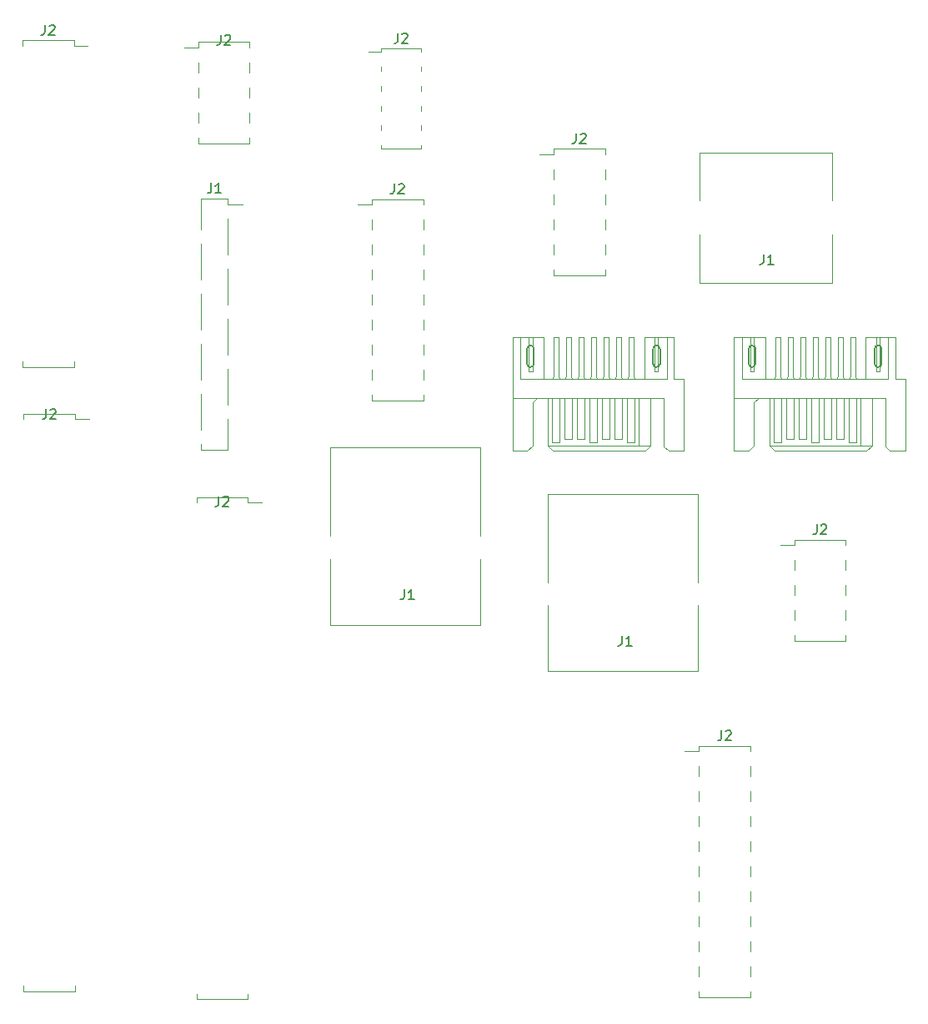
<source format=gto>
%MOIN*%
%OFA0B0*%
%FSLAX46Y46*%
%IPPOS*%
%LPD*%
%ADD10C,0.0039370078740157488*%
%ADD21C,0.0039370078740157488*%
%ADD22C,0.0047244094488188976*%
%ADD23C,0.005905511811023622*%
%ADD24C,0.0039370078740157488*%
%ADD25C,0.0047244094488188976*%
%ADD26C,0.005905511811023622*%
%ADD27C,0.0039370078740157488*%
%ADD28C,0.0047244094488188976*%
%ADD29C,0.005905511811023622*%
%ADD30C,0.0039370078740157488*%
%ADD31C,0.0047244094488188976*%
%ADD32C,0.005905511811023622*%
%ADD33C,0.0039370078740157488*%
%ADD34C,0.0047244094488188976*%
%ADD35C,0.005905511811023622*%
%ADD36C,0.0039370078740157488*%
%ADD37C,0.0047244094488188976*%
%ADD38C,0.005905511811023622*%
%ADD39C,0.0039370078740157488*%
%ADD40C,0.0047244094488188976*%
%ADD41C,0.005905511811023622*%
%ADD42C,0.0039370078740157488*%
%ADD43C,0.0047244094488188976*%
%ADD44C,0.005905511811023622*%
%ADD45C,0.0039370078740157488*%
%ADD46C,0.0047244094488188976*%
%ADD47C,0.005905511811023622*%
%ADD48C,0.0039370078740157488*%
%ADD49C,0.0047244094488188976*%
%ADD50C,0.005905511811023622*%
%ADD51C,0.0039370078740157488*%
%ADD52C,0.0047244094488188976*%
%ADD53C,0.005905511811023622*%
%ADD54C,0.0039370078740157488*%
%ADD55C,0.0047244094488188976*%
%ADD56C,0.005905511811023622*%
%ADD57C,0.0039370078740157488*%
%ADD58C,0.0047244094488188976*%
%ADD59C,0.005905511811023622*%
%ADD60C,0.0039370078740157488*%
%ADD61C,0.005905511811023622*%
%ADD62C,0.0047244094488188976*%
%ADD63C,0.0039370078740157488*%
%ADD64C,0.005905511811023622*%
%ADD65C,0.0047244094488188976*%
G01G01*
D10*
G04 next file*
G04 #@! TF.FileFunction,Legend,Top*
G04 Gerber Fmt 4.6, Leading zero omitted, Abs format (unit mm)*
G04 Created by KiCad (PCBNEW 4.0.7-e2-6376~58~ubuntu16.04.1) date Sat Jan 13 09:32:06 2018*
G01G01*
G04 APERTURE LIST*
G04 APERTURE END LIST*
D21*
D22*
X0003303188Y0001875433D02*
X0003507913Y0001875433D01*
X0003303188Y0001470708D02*
X0003507913Y0001470708D01*
X0003246496Y0001852992D02*
X0003303188Y0001852992D01*
X0003303188Y0001875433D02*
X0003303188Y0001852992D01*
X0003507913Y0001875433D02*
X0003507913Y0001852992D01*
X0003303188Y0001493149D02*
X0003303188Y0001470708D01*
X0003507913Y0001493149D02*
X0003507913Y0001470708D01*
X0003303188Y0001793149D02*
X0003303188Y0001752992D01*
X0003507913Y0001793149D02*
X0003507913Y0001752992D01*
X0003303188Y0001693149D02*
X0003303188Y0001652992D01*
X0003507913Y0001693149D02*
X0003507913Y0001652992D01*
X0003303188Y0001593149D02*
X0003303188Y0001552992D01*
X0003507913Y0001593149D02*
X0003507913Y0001552992D01*
D23*
X0003392427Y0001936362D02*
X0003392427Y0001908241D01*
X0003390553Y0001902617D01*
X0003386803Y0001898867D01*
X0003381179Y0001896992D01*
X0003377429Y0001896992D01*
X0003409300Y0001932613D02*
X0003411175Y0001934488D01*
X0003414924Y0001936362D01*
X0003424298Y0001936362D01*
X0003428048Y0001934488D01*
X0003429923Y0001932613D01*
X0003431797Y0001928863D01*
X0003431797Y0001925114D01*
X0003429923Y0001919490D01*
X0003407425Y0001896992D01*
X0003431797Y0001896992D01*
G04 next file*
G04 #@! TF.FileFunction,Legend,Top*
G04 Gerber Fmt 4.6, Leading zero omitted, Abs format (unit mm)*
G04 Created by KiCad (PCBNEW 4.0.7-e2-6376~58~ubuntu16.04.1) date Sat Jan 13 09:35:41 2018*
G01G01*
G04 APERTURE LIST*
G04 APERTURE END LIST*
D24*
D25*
X0000931929Y0003238425D02*
X0001036653Y0003238425D01*
X0000931929Y0002233700D02*
X0001036653Y0002233700D01*
X0001036653Y0003156141D02*
X0001036653Y0003015984D01*
X0001036653Y0002956141D02*
X0001036653Y0002815984D01*
X0001036653Y0002756141D02*
X0001036653Y0002615984D01*
X0001036653Y0002556141D02*
X0001036653Y0002415984D01*
X0001036653Y0002356141D02*
X0001036653Y0002233700D01*
X0000931929Y0003238425D02*
X0000931929Y0003115984D01*
X0001036653Y0003215984D02*
X0001096496Y0003215984D01*
X0001036653Y0003238425D02*
X0001036653Y0003215984D01*
X0000931929Y0002256141D02*
X0000931929Y0002233700D01*
X0000931929Y0003056141D02*
X0000931929Y0002915984D01*
X0000931929Y0002856141D02*
X0000931929Y0002715984D01*
X0000931929Y0002656141D02*
X0000931929Y0002515984D01*
X0000931929Y0002456141D02*
X0000931929Y0002315984D01*
D26*
X0000971167Y0003299355D02*
X0000971167Y0003271233D01*
X0000969293Y0003265609D01*
X0000965543Y0003261859D01*
X0000959919Y0003259985D01*
X0000956169Y0003259985D01*
X0001010538Y0003259985D02*
X0000988040Y0003259985D01*
X0000999289Y0003259985D02*
X0000999289Y0003299355D01*
X0000995539Y0003293730D01*
X0000991790Y0003289981D01*
X0000988040Y0003288106D01*
G04 next file*
G04 #@! TF.FileFunction,Legend,Top*
G04 Gerber Fmt 4.6, Leading zero omitted, Abs format (unit mm)*
G04 Created by KiCad (PCBNEW 4.0.7-e2-6376~58~ubuntu16.04.1) date Sat Jan 13 09:37:07 2018*
G01G01*
G04 APERTURE LIST*
G04 APERTURE END LIST*
D27*
D28*
X0000920748Y0003863622D02*
X0001125472Y0003863622D01*
X0000920748Y0003458897D02*
X0001125472Y0003458897D01*
X0000864055Y0003841181D02*
X0000920748Y0003841181D01*
X0000920748Y0003863622D02*
X0000920748Y0003841181D01*
X0001125472Y0003863622D02*
X0001125472Y0003841181D01*
X0000920748Y0003481338D02*
X0000920748Y0003458897D01*
X0001125472Y0003481338D02*
X0001125472Y0003458897D01*
X0000920748Y0003781338D02*
X0000920748Y0003741181D01*
X0001125472Y0003781338D02*
X0001125472Y0003741181D01*
X0000920748Y0003681338D02*
X0000920748Y0003641181D01*
X0001125472Y0003681338D02*
X0001125472Y0003641181D01*
X0000920748Y0003581338D02*
X0000920748Y0003541181D01*
X0001125472Y0003581338D02*
X0001125472Y0003541181D01*
D29*
X0001009396Y0003891819D02*
X0001009396Y0003863698D01*
X0001007521Y0003858073D01*
X0001003772Y0003854324D01*
X0000998147Y0003852449D01*
X0000994398Y0003852449D01*
X0001026269Y0003888070D02*
X0001028143Y0003889944D01*
X0001031893Y0003891819D01*
X0001041267Y0003891819D01*
X0001045016Y0003889944D01*
X0001046891Y0003888070D01*
X0001048766Y0003884320D01*
X0001048766Y0003880571D01*
X0001046891Y0003874946D01*
X0001024394Y0003852449D01*
X0001048766Y0003852449D01*
G04 next file*
G04 #@! TF.FileFunction,Legend,Top*
G04 Gerber Fmt 4.6, Leading zero omitted, Abs format (unit mm)*
G04 Created by KiCad (PCBNEW 4.0.7-e2-6376~58~ubuntu16.04.1) date Sat Jan 13 09:41:55 2018*
G01G01*
G04 APERTURE LIST*
G04 APERTURE END LIST*
D30*
D31*
X0001649448Y0003837283D02*
X0001811653Y0003837283D01*
X0001649448Y0003438858D02*
X0001811653Y0003438858D01*
X0001600039Y0003825472D02*
X0001649448Y0003825472D01*
X0001649448Y0003837283D02*
X0001649448Y0003825472D01*
X0001811653Y0003837283D02*
X0001811653Y0003825472D01*
X0001649448Y0003450669D02*
X0001649448Y0003438858D01*
X0001811653Y0003450669D02*
X0001811653Y0003438858D01*
X0001649448Y0003765629D02*
X0001649448Y0003746732D01*
X0001811653Y0003765629D02*
X0001811653Y0003746732D01*
X0001649448Y0003686889D02*
X0001649448Y0003667992D01*
X0001811653Y0003686889D02*
X0001811653Y0003667992D01*
X0001649448Y0003608149D02*
X0001649448Y0003589251D01*
X0001811653Y0003608149D02*
X0001811653Y0003589251D01*
X0001649448Y0003529409D02*
X0001649448Y0003510511D01*
X0001811653Y0003529409D02*
X0001811653Y0003510511D01*
D32*
X0001717427Y0003898213D02*
X0001717427Y0003870091D01*
X0001715553Y0003864467D01*
X0001711803Y0003860718D01*
X0001706179Y0003858843D01*
X0001702429Y0003858843D01*
X0001734300Y0003894463D02*
X0001736175Y0003896338D01*
X0001739925Y0003898213D01*
X0001749298Y0003898213D01*
X0001753048Y0003896338D01*
X0001754923Y0003894463D01*
X0001756797Y0003890714D01*
X0001756797Y0003886964D01*
X0001754923Y0003881340D01*
X0001732425Y0003858843D01*
X0001756797Y0003858843D01*
G04 next file*
G04 #@! TF.FileFunction,Legend,Top*
G04 Gerber Fmt 4.6, Leading zero omitted, Abs format (unit mm)*
G04 Created by KiCad (PCBNEW 4.0.7-e2-6376~58~ubuntu16.04.1) date Sat Jan 13 09:41:31 2018*
G01G01*
G04 APERTURE LIST*
G04 APERTURE END LIST*
D33*
D34*
X0002341062Y0003436771D02*
X0002545787Y0003436771D01*
X0002341062Y0002932047D02*
X0002545787Y0002932047D01*
X0002284370Y0003414330D02*
X0002341062Y0003414330D01*
X0002341062Y0003436771D02*
X0002341062Y0003414330D01*
X0002545787Y0003436771D02*
X0002545787Y0003414330D01*
X0002341062Y0002954488D02*
X0002341062Y0002932047D01*
X0002545787Y0002954488D02*
X0002545787Y0002932047D01*
X0002341062Y0003354488D02*
X0002341062Y0003314330D01*
X0002545787Y0003354488D02*
X0002545787Y0003314330D01*
X0002341062Y0003254488D02*
X0002341062Y0003214330D01*
X0002545787Y0003254488D02*
X0002545787Y0003214330D01*
X0002341062Y0003154488D02*
X0002341062Y0003114330D01*
X0002545787Y0003154488D02*
X0002545787Y0003114330D01*
X0002341062Y0003054488D02*
X0002341062Y0003014330D01*
X0002545787Y0003054488D02*
X0002545787Y0003014330D01*
D35*
X0002430301Y0003497701D02*
X0002430301Y0003469580D01*
X0002428427Y0003463955D01*
X0002424677Y0003460206D01*
X0002419053Y0003458331D01*
X0002415303Y0003458331D01*
X0002447174Y0003493952D02*
X0002449049Y0003495826D01*
X0002452799Y0003497701D01*
X0002462172Y0003497701D01*
X0002465922Y0003495826D01*
X0002467797Y0003493952D01*
X0002469671Y0003490202D01*
X0002469671Y0003486452D01*
X0002467797Y0003480828D01*
X0002445299Y0003458331D01*
X0002469671Y0003458331D01*
G04 next file*
G04 #@! TF.FileFunction,Legend,Top*
G04 Gerber Fmt 4.6, Leading zero omitted, Abs format (unit mm)*
G04 Created by KiCad (PCBNEW 4.0.7-e2-6376~58~ubuntu16.04.1) date Sat Jan 13 09:42:42 2018*
G01G01*
G04 APERTURE LIST*
G04 APERTURE END LIST*
D36*
D37*
X0001614370Y0003235866D02*
X0001819094Y0003235866D01*
X0001614370Y0002431141D02*
X0001819094Y0002431141D01*
X0001557677Y0003213425D02*
X0001614370Y0003213425D01*
X0001614370Y0003235866D02*
X0001614370Y0003213425D01*
X0001819094Y0003235866D02*
X0001819094Y0003213425D01*
X0001614370Y0002453582D02*
X0001614370Y0002431141D01*
X0001819094Y0002453582D02*
X0001819094Y0002431141D01*
X0001614370Y0003153582D02*
X0001614370Y0003113425D01*
X0001819094Y0003153582D02*
X0001819094Y0003113425D01*
X0001614370Y0003053582D02*
X0001614370Y0003013425D01*
X0001819094Y0003053582D02*
X0001819094Y0003013425D01*
X0001614370Y0002953582D02*
X0001614370Y0002913425D01*
X0001819094Y0002953582D02*
X0001819094Y0002913425D01*
X0001614370Y0002853582D02*
X0001614370Y0002813425D01*
X0001819094Y0002853582D02*
X0001819094Y0002813425D01*
X0001614370Y0002753582D02*
X0001614370Y0002713425D01*
X0001819094Y0002753582D02*
X0001819094Y0002713425D01*
X0001614370Y0002653582D02*
X0001614370Y0002613425D01*
X0001819094Y0002653582D02*
X0001819094Y0002613425D01*
X0001614370Y0002553582D02*
X0001614370Y0002513425D01*
X0001819094Y0002553582D02*
X0001819094Y0002513425D01*
D38*
X0001703608Y0003296796D02*
X0001703608Y0003268674D01*
X0001701734Y0003263050D01*
X0001697984Y0003259300D01*
X0001692360Y0003257425D01*
X0001688610Y0003257425D01*
X0001720481Y0003293046D02*
X0001722356Y0003294921D01*
X0001726106Y0003296796D01*
X0001735479Y0003296796D01*
X0001739229Y0003294921D01*
X0001741104Y0003293046D01*
X0001742979Y0003289296D01*
X0001742979Y0003285547D01*
X0001741104Y0003279923D01*
X0001718607Y0003257425D01*
X0001742979Y0003257425D01*
G04 next file*
G04 #@! TF.FileFunction,Legend,Top*
G04 Gerber Fmt 4.6, Leading zero omitted, Abs format (unit mm)*
G04 Created by KiCad (PCBNEW 4.0.7-e2-6376~58~ubuntu16.04.1) date Sat Jan 13 09:44:16 2018*
G01G01*
G04 APERTURE LIST*
G04 APERTURE END LIST*
D39*
D40*
X0002922086Y0001052401D02*
X0003126810Y0001052401D01*
X0002922086Y0000047677D02*
X0003126810Y0000047677D01*
X0002865393Y0001029960D02*
X0002922086Y0001029960D01*
X0002922086Y0001052401D02*
X0002922086Y0001029960D01*
X0003126810Y0001052401D02*
X0003126810Y0001029960D01*
X0002922086Y0000070118D02*
X0002922086Y0000047677D01*
X0003126810Y0000070118D02*
X0003126810Y0000047677D01*
X0002922086Y0000970118D02*
X0002922086Y0000929960D01*
X0003126810Y0000970118D02*
X0003126810Y0000929960D01*
X0002922086Y0000870118D02*
X0002922086Y0000829960D01*
X0003126810Y0000870118D02*
X0003126810Y0000829960D01*
X0002922086Y0000770118D02*
X0002922086Y0000729960D01*
X0003126810Y0000770118D02*
X0003126810Y0000729960D01*
X0002922086Y0000670118D02*
X0002922086Y0000629960D01*
X0003126810Y0000670118D02*
X0003126810Y0000629960D01*
X0002922086Y0000570118D02*
X0002922086Y0000529960D01*
X0003126810Y0000570118D02*
X0003126810Y0000529960D01*
X0002922086Y0000470118D02*
X0002922086Y0000429960D01*
X0003126810Y0000470118D02*
X0003126810Y0000429960D01*
X0002922086Y0000370118D02*
X0002922086Y0000329960D01*
X0003126810Y0000370118D02*
X0003126810Y0000329960D01*
X0002922086Y0000270118D02*
X0002922086Y0000229960D01*
X0003126810Y0000270118D02*
X0003126810Y0000229960D01*
X0002922086Y0000170118D02*
X0002922086Y0000129960D01*
X0003126810Y0000170118D02*
X0003126810Y0000129960D01*
D41*
X0003011325Y0001113331D02*
X0003011325Y0001085209D01*
X0003009450Y0001079585D01*
X0003005701Y0001075836D01*
X0003000076Y0001073961D01*
X0002996327Y0001073961D01*
X0003028198Y0001109581D02*
X0003030073Y0001111456D01*
X0003033822Y0001113331D01*
X0003043196Y0001113331D01*
X0003046946Y0001111456D01*
X0003048820Y0001109581D01*
X0003050695Y0001105832D01*
X0003050695Y0001102082D01*
X0003048820Y0001096458D01*
X0003026323Y0001073961D01*
X0003050695Y0001073961D01*
G04 next file*
G04 #@! TF.FileFunction,Legend,Top*
G04 Gerber Fmt 4.6, Leading zero omitted, Abs format (unit mm)*
G04 Created by KiCad (PCBNEW 4.0.7-e2-6376~58~ubuntu16.04.1) date Sat Jan 13 09:58:48 2018*
G01G01*
G04 APERTURE LIST*
G04 APERTURE END LIST*
D42*
D43*
X0000217913Y0003849015D02*
X0000217913Y0003869881D01*
X0000217913Y0003869881D02*
X0000422637Y0003869881D01*
X0000422637Y0003869881D02*
X0000422637Y0003849015D01*
X0000217913Y0002586023D02*
X0000217913Y0002565157D01*
X0000217913Y0002565157D02*
X0000422637Y0002565157D01*
X0000422637Y0002565157D02*
X0000422637Y0002586023D01*
X0000478543Y0003849015D02*
X0000422637Y0003849015D01*
D44*
X0000307152Y0003930811D02*
X0000307152Y0003902690D01*
X0000305277Y0003897065D01*
X0000301527Y0003893316D01*
X0000295903Y0003891441D01*
X0000292154Y0003891441D01*
X0000324025Y0003927062D02*
X0000325899Y0003928937D01*
X0000329649Y0003930811D01*
X0000339023Y0003930811D01*
X0000342772Y0003928937D01*
X0000344647Y0003927062D01*
X0000346522Y0003923312D01*
X0000346522Y0003919563D01*
X0000344647Y0003913938D01*
X0000322150Y0003891441D01*
X0000346522Y0003891441D01*
G04 next file*
G04 #@! TF.FileFunction,Legend,Top*
G04 Gerber Fmt 4.6, Leading zero omitted, Abs format (unit mm)*
G04 Created by KiCad (PCBNEW 4.0.7-e2-6376~58~ubuntu16.04.1) date Sat Jan 13 09:46:35 2018*
G01G01*
G04 APERTURE LIST*
G04 APERTURE END LIST*
D45*
D46*
X0000912204Y0002024645D02*
X0000912204Y0002045511D01*
X0000912204Y0002045511D02*
X0001116929Y0002045511D01*
X0001116929Y0002045511D02*
X0001116929Y0002024645D01*
X0000912204Y0000061653D02*
X0000912204Y0000040787D01*
X0000912204Y0000040787D02*
X0001116929Y0000040787D01*
X0001116929Y0000040787D02*
X0001116929Y0000061653D01*
X0001172834Y0002024645D02*
X0001116929Y0002024645D01*
D47*
X0001001443Y0002048709D02*
X0001001443Y0002020587D01*
X0000999568Y0002014963D01*
X0000995819Y0002011214D01*
X0000990194Y0002009339D01*
X0000986445Y0002009339D01*
X0001018316Y0002044959D02*
X0001020191Y0002046834D01*
X0001023940Y0002048709D01*
X0001033314Y0002048709D01*
X0001037064Y0002046834D01*
X0001038938Y0002044959D01*
X0001040813Y0002041210D01*
X0001040813Y0002037460D01*
X0001038938Y0002031836D01*
X0001016441Y0002009339D01*
X0001040813Y0002009339D01*
G04 next file*
G04 #@! TF.FileFunction,Legend,Top*
G04 Gerber Fmt 4.6, Leading zero omitted, Abs format (unit mm)*
G04 Created by KiCad (PCBNEW 4.0.7-e2-6376~58~ubuntu16.04.1) date Sat Jan 13 09:47:37 2018*
G01G01*
G04 APERTURE LIST*
G04 APERTURE END LIST*
D48*
D49*
X0000221850Y0002356496D02*
X0000221850Y0002377362D01*
X0000221850Y0002377362D02*
X0000426574Y0002377362D01*
X0000426574Y0002377362D02*
X0000426574Y0002356496D01*
X0000221850Y0000093504D02*
X0000221850Y0000072637D01*
X0000221850Y0000072637D02*
X0000426574Y0000072637D01*
X0000426574Y0000072637D02*
X0000426574Y0000093504D01*
X0000482480Y0002356496D02*
X0000426574Y0002356496D01*
D50*
X0000311089Y0002396559D02*
X0000311089Y0002368438D01*
X0000309214Y0002362814D01*
X0000305464Y0002359064D01*
X0000299840Y0002357189D01*
X0000296090Y0002357189D01*
X0000327961Y0002392810D02*
X0000329836Y0002394685D01*
X0000333586Y0002396559D01*
X0000342960Y0002396559D01*
X0000346709Y0002394685D01*
X0000348584Y0002392810D01*
X0000350459Y0002389060D01*
X0000350459Y0002385311D01*
X0000348584Y0002379687D01*
X0000326087Y0002357189D01*
X0000350459Y0002357189D01*
G04 next file*
G04 #@! TF.FileFunction,Legend,Top*
G04 Gerber Fmt 4.6, Leading zero omitted, Abs format (unit mm)*
G04 Created by KiCad (PCBNEW 4.0.7-e2-6376~58~ubuntu16.04.1) date Sat Jan 13 09:51:46 2018*
G01G01*
G04 APERTURE LIST*
G04 APERTURE END LIST*
D51*
D52*
X0002922834Y0003422440D02*
X0002922834Y0003230314D01*
X0003453149Y0003422440D02*
X0003453149Y0003230314D01*
X0002922834Y0002902362D02*
X0003453149Y0002902362D01*
X0003422834Y0003422440D02*
X0003453149Y0003422440D01*
X0002922834Y0003422440D02*
X0003422834Y0003422440D01*
X0002922834Y0003094488D02*
X0002922834Y0002902362D01*
X0003453149Y0003094488D02*
X0003453149Y0002902362D01*
D53*
X0003179790Y0003014079D02*
X0003179790Y0002985957D01*
X0003177915Y0002980333D01*
X0003174165Y0002976584D01*
X0003168541Y0002974709D01*
X0003164791Y0002974709D01*
X0003219160Y0002974709D02*
X0003196662Y0002974709D01*
X0003207911Y0002974709D02*
X0003207911Y0003014079D01*
X0003204161Y0003008455D01*
X0003200412Y0003004705D01*
X0003196662Y0003002830D01*
G04 next file*
G04 #@! TF.FileFunction,Legend,Top*
G04 Gerber Fmt 4.6, Leading zero omitted, Abs format (unit mm)*
G04 Created by KiCad (PCBNEW 4.0.7-e2-6376~58~ubuntu16.04.1) date Sat Jan 13 09:50:08 2018*
G01G01*
G04 APERTURE LIST*
G04 APERTURE END LIST*
D54*
D55*
X0002316181Y0001349448D02*
X0002916181Y0001349448D01*
X0002916181Y0002059291D02*
X0002915787Y0001705354D01*
X0002916181Y0002059291D02*
X0002316181Y0002059291D01*
X0002316181Y0002059291D02*
X0002316181Y0001704960D01*
X0002915787Y0001613228D02*
X0002916181Y0001349448D01*
X0002316181Y0001613622D02*
X0002316181Y0001349448D01*
D56*
X0002612900Y0001490693D02*
X0002612900Y0001462572D01*
X0002611025Y0001456947D01*
X0002607275Y0001453198D01*
X0002601651Y0001451323D01*
X0002597902Y0001451323D01*
X0002652270Y0001451323D02*
X0002629773Y0001451323D01*
X0002641021Y0001451323D02*
X0002641021Y0001490693D01*
X0002637272Y0001485069D01*
X0002633522Y0001481319D01*
X0002629773Y0001479445D01*
G04 next file*
G04 #@! TF.FileFunction,Legend,Top*
G04 Gerber Fmt 4.6, Leading zero omitted, Abs format (unit mm)*
G04 Created by KiCad (PCBNEW 4.0.7-e2-6376~58~ubuntu16.04.1) date Sat Jan 13 09:53:06 2018*
G01G01*
G04 APERTURE LIST*
G04 APERTURE END LIST*
D57*
D58*
X0001447047Y0001535039D02*
X0002047047Y0001535039D01*
X0002047047Y0002244881D02*
X0002046653Y0001890944D01*
X0002047047Y0002244881D02*
X0001447047Y0002244881D01*
X0001447047Y0002244881D02*
X0001447047Y0001890551D01*
X0002046653Y0001798818D02*
X0002047047Y0001535039D01*
X0001447047Y0001799212D02*
X0001447047Y0001535039D01*
D59*
X0001743766Y0001676284D02*
X0001743766Y0001648162D01*
X0001741891Y0001642538D01*
X0001738142Y0001638788D01*
X0001732517Y0001636914D01*
X0001728768Y0001636914D01*
X0001783136Y0001636914D02*
X0001760639Y0001636914D01*
X0001771887Y0001636914D02*
X0001771887Y0001676284D01*
X0001768138Y0001670659D01*
X0001764388Y0001666910D01*
X0001760639Y0001665035D01*
G04 next file*
G04 #@! TF.FileFunction,Legend,Top*
G04 Gerber Fmt 4.6, Leading zero omitted, Abs format (unit mm)*
G04 Created by KiCad (PCBNEW 4.0.7-e2-6376~58~ubuntu16.04.1) date Sat Jan 13 09:54:45 2018*
G01G01*
G04 APERTURE LIST*
G04 APERTURE END LIST*
D60*
D61*
X0002261939Y0002637637D02*
X0002261939Y0002578537D01*
X0002234339Y0002578537D02*
X0002234339Y0002637637D01*
X0002765739Y0002637637D02*
X0002765739Y0002578537D01*
X0002738139Y0002578537D02*
X0002738139Y0002637637D01*
D62*
X0002176139Y0002230137D02*
X0002176139Y0002441236D01*
X0002176139Y0002441236D02*
X0002176139Y0002683637D01*
X0002176139Y0002683637D02*
X0002207339Y0002683637D01*
X0002207339Y0002683637D02*
X0002300739Y0002683637D01*
X0002300739Y0002683637D02*
X0002300739Y0002517436D01*
X0002207339Y0002683637D02*
X0002207339Y0002517436D01*
X0002207339Y0002517436D02*
X0002702239Y0002517436D01*
X0002702239Y0002517436D02*
X0002792339Y0002517436D01*
X0002792339Y0002517436D02*
X0002792339Y0002683637D01*
X0002702239Y0002517436D02*
X0002702239Y0002683637D01*
X0002702239Y0002683637D02*
X0002757639Y0002683637D01*
X0002757639Y0002683637D02*
X0002820039Y0002683637D01*
X0002820039Y0002683637D02*
X0002820039Y0002517436D01*
X0002820039Y0002517436D02*
X0002861539Y0002517436D01*
X0002861539Y0002517436D02*
X0002861539Y0002230137D01*
X0002861539Y0002230137D02*
X0002799239Y0002230137D01*
X0002799239Y0002230137D02*
X0002781939Y0002247336D01*
X0002781939Y0002247336D02*
X0002781939Y0002441236D01*
X0002781939Y0002441236D02*
X0002726539Y0002441236D01*
X0002726539Y0002441236D02*
X0002726539Y0002250837D01*
X0002726539Y0002250837D02*
X0002726539Y0002250837D01*
X0002726539Y0002250837D02*
X0002705739Y0002230137D01*
X0002705739Y0002230137D02*
X0002339639Y0002230237D01*
X0002235039Y0002230137D02*
X0002176139Y0002230137D01*
X0002255739Y0002250837D02*
X0002235039Y0002230137D01*
X0002255739Y0002250837D02*
X0002255739Y0002423937D01*
X0002255739Y0002423937D02*
X0002273039Y0002441236D01*
X0002176139Y0002441236D02*
X0002726539Y0002441236D01*
X0002723039Y0002250837D02*
X0002681539Y0002250837D01*
X0002681539Y0002250837D02*
X0002318039Y0002250837D01*
X0002338739Y0002230637D02*
X0002318039Y0002250837D01*
X0002318039Y0002250837D02*
X0002318039Y0002437737D01*
X0002485039Y0002438937D02*
X0002485039Y0002263937D01*
X0002485039Y0002263937D02*
X0002515039Y0002263937D01*
X0002515039Y0002263937D02*
X0002515039Y0002438937D01*
X0002435039Y0002438937D02*
X0002435039Y0002278937D01*
X0002435039Y0002278937D02*
X0002465039Y0002278937D01*
X0002465039Y0002278937D02*
X0002465039Y0002438937D01*
X0002535039Y0002438937D02*
X0002535039Y0002278937D01*
X0002535039Y0002278937D02*
X0002565039Y0002278937D01*
X0002565039Y0002278937D02*
X0002565039Y0002438937D01*
X0002585039Y0002438937D02*
X0002585039Y0002278937D01*
X0002585039Y0002278937D02*
X0002615039Y0002278937D01*
X0002615039Y0002278937D02*
X0002615039Y0002438937D01*
X0002635039Y0002438937D02*
X0002635039Y0002263937D01*
X0002635039Y0002263937D02*
X0002665039Y0002263937D01*
X0002665039Y0002263937D02*
X0002665039Y0002438937D01*
X0002681539Y0002250837D02*
X0002681539Y0002437737D01*
X0002365039Y0002438937D02*
X0002365039Y0002263937D01*
X0002365039Y0002263937D02*
X0002335039Y0002263937D01*
X0002335039Y0002263937D02*
X0002335039Y0002438937D01*
X0002385039Y0002438937D02*
X0002385039Y0002278937D01*
X0002385039Y0002278937D02*
X0002415039Y0002278937D01*
X0002415039Y0002278937D02*
X0002415039Y0002438937D01*
X0002335039Y0002518936D02*
X0002340039Y0002528837D01*
X0002340039Y0002528837D02*
X0002340039Y0002683937D01*
X0002340039Y0002683937D02*
X0002360039Y0002683937D01*
X0002360039Y0002683937D02*
X0002360039Y0002528837D01*
X0002360039Y0002528837D02*
X0002365039Y0002518936D01*
X0002385039Y0002518936D02*
X0002390039Y0002528837D01*
X0002390039Y0002528837D02*
X0002390039Y0002683937D01*
X0002390039Y0002683937D02*
X0002410039Y0002683937D01*
X0002410039Y0002683937D02*
X0002410039Y0002528837D01*
X0002410039Y0002528837D02*
X0002415039Y0002518936D01*
X0002435039Y0002518936D02*
X0002440039Y0002528837D01*
X0002440039Y0002528837D02*
X0002440039Y0002683937D01*
X0002440039Y0002683937D02*
X0002460039Y0002683937D01*
X0002460039Y0002683937D02*
X0002460039Y0002528837D01*
X0002460039Y0002528837D02*
X0002465039Y0002518936D01*
X0002485039Y0002518936D02*
X0002490039Y0002528837D01*
X0002490039Y0002528837D02*
X0002490039Y0002683937D01*
X0002490039Y0002683937D02*
X0002510039Y0002683937D01*
X0002510039Y0002683937D02*
X0002510039Y0002528837D01*
X0002510039Y0002528837D02*
X0002515039Y0002518936D01*
X0002535039Y0002518936D02*
X0002540039Y0002528837D01*
X0002540039Y0002528837D02*
X0002540039Y0002683937D01*
X0002540039Y0002683937D02*
X0002560039Y0002683937D01*
X0002560039Y0002683937D02*
X0002560039Y0002528837D01*
X0002560039Y0002528837D02*
X0002565039Y0002518936D01*
X0002585039Y0002518936D02*
X0002590039Y0002528837D01*
X0002590039Y0002528837D02*
X0002590039Y0002683937D01*
X0002590039Y0002683937D02*
X0002610039Y0002683937D01*
X0002610039Y0002683937D02*
X0002610039Y0002528837D01*
X0002610039Y0002528837D02*
X0002615039Y0002518936D01*
X0002635039Y0002518936D02*
X0002640039Y0002528837D01*
X0002640039Y0002528837D02*
X0002640039Y0002683937D01*
X0002640039Y0002683937D02*
X0002660039Y0002683937D01*
X0002660039Y0002683937D02*
X0002660039Y0002528837D01*
X0002660039Y0002528837D02*
X0002665039Y0002518936D01*
X0002241939Y0002680137D02*
X0002241939Y0002548536D01*
X0002241939Y0002548536D02*
X0002255739Y0002548536D01*
X0002255739Y0002548536D02*
X0002255739Y0002680137D01*
X0002743839Y0002680137D02*
X0002743839Y0002548536D01*
X0002743839Y0002548536D02*
X0002757639Y0002548536D01*
X0002757639Y0002548536D02*
X0002757639Y0002683637D01*
D61*
X0002248139Y0002651437D02*
G75*
G03G03X0002234339Y0002637637J-0000013800D01X0002234339Y0002637637J-0000013800D01*
G01G01*
X0002261839Y0002637637D02*
G75*
G03G03X0002248139Y0002651337I-0000013700D01X0002248139Y0002651337I-0000013700D01*
G01G01*
X0002248139Y0002564736D02*
G75*
G03G03X0002261939Y0002578537J0000013800D01X0002261939Y0002578537J0000013800D01*
G01G01*
X0002234339Y0002578537D02*
G75*
G03G03X0002248139Y0002564736I0000013800D01X0002248139Y0002564736I0000013800D01*
G01G01*
X0002751939Y0002651437D02*
G75*
G03G03X0002738139Y0002637637J-0000013800D01X0002738139Y0002637637J-0000013800D01*
G01G01*
X0002765639Y0002637637D02*
G75*
G03G03X0002751939Y0002651337I-0000013700D01X0002751939Y0002651337I-0000013700D01*
G01G01*
X0002751939Y0002564736D02*
G75*
G03G03X0002765739Y0002578537J0000013800D01X0002765739Y0002578537J0000013800D01*
G01G01*
X0002738139Y0002578537D02*
G75*
G03G03X0002751939Y0002564736I0000013800D01X0002751939Y0002564736I0000013800D01*
G01G01*
G04 next file*
G04 #@! TF.FileFunction,Legend,Top*
G04 Gerber Fmt 4.6, Leading zero omitted, Abs format (unit mm)*
G04 Created by KiCad (PCBNEW 4.0.7-e2-6376~58~ubuntu16.04.1) date Sat Jan 13 09:54:03 2018*
G01G01*
G04 APERTURE LIST*
G04 APERTURE END LIST*
D63*
D64*
X0003147766Y0002637637D02*
X0003147766Y0002578537D01*
X0003120166Y0002578537D02*
X0003120166Y0002637637D01*
X0003651566Y0002637637D02*
X0003651566Y0002578537D01*
X0003623966Y0002578537D02*
X0003623966Y0002637637D01*
D65*
X0003061966Y0002230137D02*
X0003061966Y0002441236D01*
X0003061966Y0002441236D02*
X0003061966Y0002683637D01*
X0003061966Y0002683637D02*
X0003093166Y0002683637D01*
X0003093166Y0002683637D02*
X0003186566Y0002683637D01*
X0003186566Y0002683637D02*
X0003186566Y0002517436D01*
X0003093166Y0002683637D02*
X0003093166Y0002517436D01*
X0003093166Y0002517436D02*
X0003588066Y0002517436D01*
X0003588066Y0002517436D02*
X0003678166Y0002517436D01*
X0003678166Y0002517436D02*
X0003678166Y0002683637D01*
X0003588066Y0002517436D02*
X0003588066Y0002683637D01*
X0003588066Y0002683637D02*
X0003643466Y0002683637D01*
X0003643466Y0002683637D02*
X0003705866Y0002683637D01*
X0003705866Y0002683637D02*
X0003705866Y0002517436D01*
X0003705866Y0002517436D02*
X0003747366Y0002517436D01*
X0003747366Y0002517436D02*
X0003747366Y0002230137D01*
X0003747366Y0002230137D02*
X0003685066Y0002230137D01*
X0003685066Y0002230137D02*
X0003667766Y0002247336D01*
X0003667766Y0002247336D02*
X0003667766Y0002441236D01*
X0003667766Y0002441236D02*
X0003612366Y0002441236D01*
X0003612366Y0002441236D02*
X0003612366Y0002250837D01*
X0003612366Y0002250837D02*
X0003612366Y0002250837D01*
X0003612366Y0002250837D02*
X0003591566Y0002230137D01*
X0003591566Y0002230137D02*
X0003225466Y0002230237D01*
X0003120866Y0002230137D02*
X0003061966Y0002230137D01*
X0003141566Y0002250837D02*
X0003120866Y0002230137D01*
X0003141566Y0002250837D02*
X0003141566Y0002423937D01*
X0003141566Y0002423937D02*
X0003158866Y0002441236D01*
X0003061966Y0002441236D02*
X0003612366Y0002441236D01*
X0003608866Y0002250837D02*
X0003567366Y0002250837D01*
X0003567366Y0002250837D02*
X0003203866Y0002250837D01*
X0003224566Y0002230637D02*
X0003203866Y0002250837D01*
X0003203866Y0002250837D02*
X0003203866Y0002437737D01*
X0003370866Y0002438937D02*
X0003370866Y0002263937D01*
X0003370866Y0002263937D02*
X0003400866Y0002263937D01*
X0003400866Y0002263937D02*
X0003400866Y0002438937D01*
X0003320866Y0002438937D02*
X0003320866Y0002278937D01*
X0003320866Y0002278937D02*
X0003350866Y0002278937D01*
X0003350866Y0002278937D02*
X0003350866Y0002438937D01*
X0003420866Y0002438937D02*
X0003420866Y0002278937D01*
X0003420866Y0002278937D02*
X0003450866Y0002278937D01*
X0003450866Y0002278937D02*
X0003450866Y0002438937D01*
X0003470866Y0002438937D02*
X0003470866Y0002278937D01*
X0003470866Y0002278937D02*
X0003500866Y0002278937D01*
X0003500866Y0002278937D02*
X0003500866Y0002438937D01*
X0003520866Y0002438937D02*
X0003520866Y0002263937D01*
X0003520866Y0002263937D02*
X0003550866Y0002263937D01*
X0003550866Y0002263937D02*
X0003550866Y0002438937D01*
X0003567366Y0002250837D02*
X0003567366Y0002437737D01*
X0003250866Y0002438937D02*
X0003250866Y0002263937D01*
X0003250866Y0002263937D02*
X0003220866Y0002263937D01*
X0003220866Y0002263937D02*
X0003220866Y0002438937D01*
X0003270866Y0002438937D02*
X0003270866Y0002278937D01*
X0003270866Y0002278937D02*
X0003300866Y0002278937D01*
X0003300866Y0002278937D02*
X0003300866Y0002438937D01*
X0003220866Y0002518936D02*
X0003225866Y0002528837D01*
X0003225866Y0002528837D02*
X0003225866Y0002683937D01*
X0003225866Y0002683937D02*
X0003245866Y0002683937D01*
X0003245866Y0002683937D02*
X0003245866Y0002528837D01*
X0003245866Y0002528837D02*
X0003250866Y0002518936D01*
X0003270866Y0002518936D02*
X0003275866Y0002528837D01*
X0003275866Y0002528837D02*
X0003275866Y0002683937D01*
X0003275866Y0002683937D02*
X0003295866Y0002683937D01*
X0003295866Y0002683937D02*
X0003295866Y0002528837D01*
X0003295866Y0002528837D02*
X0003300866Y0002518936D01*
X0003320866Y0002518936D02*
X0003325866Y0002528837D01*
X0003325866Y0002528837D02*
X0003325866Y0002683937D01*
X0003325866Y0002683937D02*
X0003345866Y0002683937D01*
X0003345866Y0002683937D02*
X0003345866Y0002528837D01*
X0003345866Y0002528837D02*
X0003350866Y0002518936D01*
X0003370866Y0002518936D02*
X0003375866Y0002528837D01*
X0003375866Y0002528837D02*
X0003375866Y0002683937D01*
X0003375866Y0002683937D02*
X0003395866Y0002683937D01*
X0003395866Y0002683937D02*
X0003395866Y0002528837D01*
X0003395866Y0002528837D02*
X0003400866Y0002518936D01*
X0003420866Y0002518936D02*
X0003425866Y0002528837D01*
X0003425866Y0002528837D02*
X0003425866Y0002683937D01*
X0003425866Y0002683937D02*
X0003445866Y0002683937D01*
X0003445866Y0002683937D02*
X0003445866Y0002528837D01*
X0003445866Y0002528837D02*
X0003450866Y0002518936D01*
X0003470866Y0002518936D02*
X0003475866Y0002528837D01*
X0003475866Y0002528837D02*
X0003475866Y0002683937D01*
X0003475866Y0002683937D02*
X0003495866Y0002683937D01*
X0003495866Y0002683937D02*
X0003495866Y0002528837D01*
X0003495866Y0002528837D02*
X0003500866Y0002518936D01*
X0003520866Y0002518936D02*
X0003525866Y0002528837D01*
X0003525866Y0002528837D02*
X0003525866Y0002683937D01*
X0003525866Y0002683937D02*
X0003545866Y0002683937D01*
X0003545866Y0002683937D02*
X0003545866Y0002528837D01*
X0003545866Y0002528837D02*
X0003550866Y0002518936D01*
X0003127766Y0002680137D02*
X0003127766Y0002548536D01*
X0003127766Y0002548536D02*
X0003141566Y0002548536D01*
X0003141566Y0002548536D02*
X0003141566Y0002680137D01*
X0003629666Y0002680137D02*
X0003629666Y0002548536D01*
X0003629666Y0002548536D02*
X0003643466Y0002548536D01*
X0003643466Y0002548536D02*
X0003643466Y0002683637D01*
D64*
X0003133966Y0002651437D02*
G75*
G03G03X0003120166Y0002637637J-0000013800D01X0003120166Y0002637637J-0000013800D01*
G01G01*
X0003147666Y0002637637D02*
G75*
G03G03X0003133966Y0002651337I-0000013700D01X0003133966Y0002651337I-0000013700D01*
G01G01*
X0003133966Y0002564736D02*
G75*
G03G03X0003147766Y0002578537J0000013800D01X0003147766Y0002578537J0000013800D01*
G01G01*
X0003120166Y0002578537D02*
G75*
G03G03X0003133966Y0002564736I0000013800D01X0003133966Y0002564736I0000013800D01*
G01G01*
X0003637766Y0002651437D02*
G75*
G03G03X0003623966Y0002637637J-0000013800D01X0003623966Y0002637637J-0000013800D01*
G01G01*
X0003651466Y0002637637D02*
G75*
G03G03X0003637766Y0002651337I-0000013700D01X0003637766Y0002651337I-0000013700D01*
G01G01*
X0003637766Y0002564736D02*
G75*
G03G03X0003651566Y0002578537J0000013800D01X0003651566Y0002578537J0000013800D01*
G01G01*
X0003623966Y0002578537D02*
G75*
G03G03X0003637766Y0002564736I0000013800D01X0003637766Y0002564736I0000013800D01*
G01G01*
M02*
</source>
